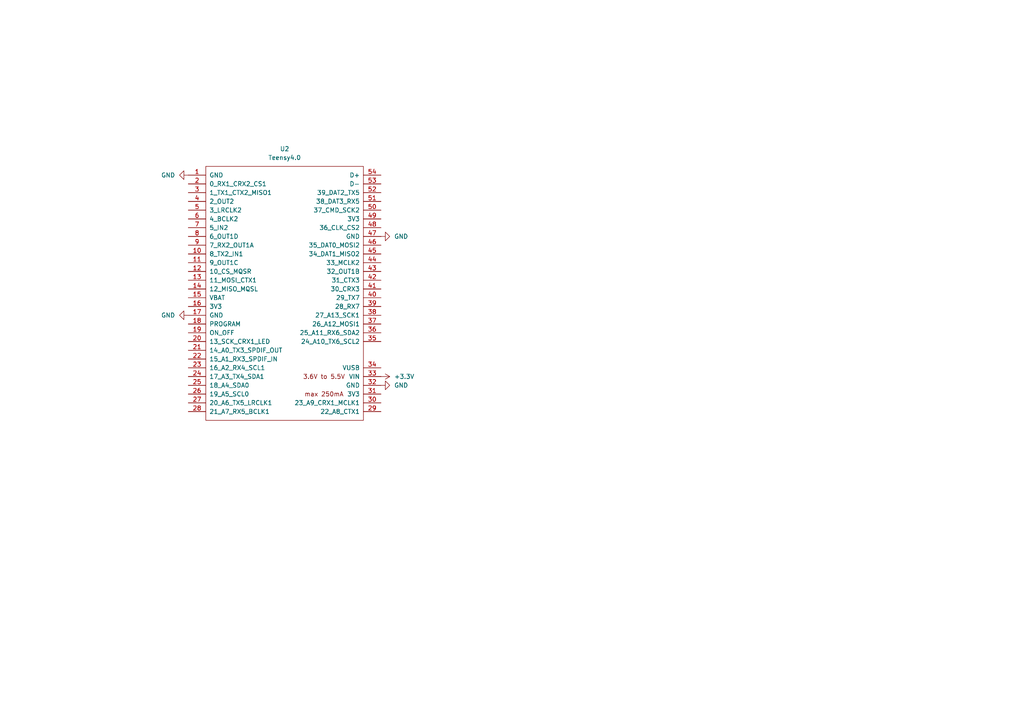
<source format=kicad_sch>
(kicad_sch (version 20231120) (generator "eeschema") (generator_version "8.0")
  (paper "A4")
  (lib_symbols
    (symbol "4ms_Power-symbol:+3.3V" (power) (pin_names (offset 0))
      (property "Value" "+3.3V" (at 0 3.556 0))
      (symbol "+3.3V_0_1"
        (polyline (pts (xy -0.762 1.27) (xy 0 2.54)))
        (polyline (pts (xy 0 0) (xy 0 2.54)))
        (polyline (pts (xy 0 2.54) (xy 0.762 1.27)))
      )
      (symbol "+3.3V_1_1"
        (pin power_in line (at 0 0 90) (length 0) hide (name "+3V3") (number "1"))
      )
    )
    (symbol "4ms_Power-symbol:GND" (power) (pin_names (offset 0))
      (property "Value" "GND" (at 0 -3.81 0))
      (symbol "GND_0_1"
        (polyline (pts (xy 0 0) (xy 0 -1.27) (xy 1.27 -1.27) (xy 0 -2.54) (xy -1.27 -1.27) (xy 0 -1.27)))
      )
      (symbol "GND_1_1"
        (pin power_in line (at 0 0 270) (length 0) hide (name "GND") (number "1"))
      )
    )
    (symbol "teensy:Teensy4.0" (pin_names (offset 1.016))
      (property "Reference" "U" (at 0 39.37 0))
      (property "Value" "Teensy4.0" (at 0 -39.37 0))
      (symbol "Teensy4.0_0_0"
        (text "3.6V to 5.5V" (at 11.43 -24.13 0) (effects (font (size 1.27 1.27))))
        (text "max 250mA" (at 11.43 -29.21 0) (effects (font (size 1.27 1.27))))
        (pin bidirectional line (at -27.94 11.43 0) (length 5.08) (name "8_TX2_IN1") (number "10"))
        (pin bidirectional line (at -27.94 8.89 0) (length 5.08) (name "9_OUT1C") (number "11"))
        (pin bidirectional line (at -27.94 6.35 0) (length 5.08) (name "10_CS_MQSR") (number "12"))
        (pin bidirectional line (at -27.94 3.81 0) (length 5.08) (name "11_MOSI_CTX1") (number "13"))
        (pin bidirectional line (at -27.94 1.27 0) (length 5.08) (name "12_MISO_MQSL") (number "14"))
        (pin power_in line (at -27.94 -1.27 0) (length 5.08) (name "VBAT") (number "15"))
        (pin power_in line (at -27.94 -3.81 0) (length 5.08) (name "3V3") (number "16"))
        (pin power_in line (at -27.94 -6.35 0) (length 5.08) (name "GND") (number "17"))
        (pin input line (at -27.94 -8.89 0) (length 5.08) (name "PROGRAM") (number "18"))
        (pin input line (at -27.94 -11.43 0) (length 5.08) (name "ON_OFF") (number "19"))
        (pin bidirectional line (at -27.94 -13.97 0) (length 5.08) (name "13_SCK_CRX1_LED") (number "20"))
        (pin bidirectional line (at -27.94 -16.51 0) (length 5.08) (name "14_A0_TX3_SPDIF_OUT") (number "21"))
        (pin bidirectional line (at -27.94 -19.05 0) (length 5.08) (name "15_A1_RX3_SPDIF_IN") (number "22"))
        (pin bidirectional line (at -27.94 -21.59 0) (length 5.08) (name "16_A2_RX4_SCL1") (number "23"))
        (pin bidirectional line (at -27.94 -24.13 0) (length 5.08) (name "17_A3_TX4_SDA1") (number "24"))
        (pin bidirectional line (at -27.94 -26.67 0) (length 5.08) (name "18_A4_SDA0") (number "25"))
        (pin bidirectional line (at -27.94 -29.21 0) (length 5.08) (name "19_A5_SCL0") (number "26"))
        (pin bidirectional line (at -27.94 -31.75 0) (length 5.08) (name "20_A6_TX5_LRCLK1") (number "27"))
        (pin bidirectional line (at -27.94 -34.29 0) (length 5.08) (name "21_A7_RX5_BCLK1") (number "28"))
        (pin bidirectional line (at 27.94 -34.29 180) (length 5.08) (name "22_A8_CTX1") (number "29"))
        (pin bidirectional line (at 27.94 -31.75 180) (length 5.08) (name "23_A9_CRX1_MCLK1") (number "30"))
        (pin power_out line (at 27.94 -29.21 180) (length 5.08) (name "3V3") (number "31"))
        (pin power_in line (at 27.94 -26.67 180) (length 5.08) (name "GND") (number "32"))
        (pin power_in line (at 27.94 -24.13 180) (length 5.08) (name "VIN") (number "33"))
        (pin power_out line (at 27.94 -21.59 180) (length 5.08) (name "VUSB") (number "34"))
        (pin bidirectional line (at 27.94 -13.97 180) (length 5.08) (name "24_A10_TX6_SCL2") (number "35"))
        (pin bidirectional line (at 27.94 -11.43 180) (length 5.08) (name "25_A11_RX6_SDA2") (number "36"))
        (pin bidirectional line (at 27.94 -8.89 180) (length 5.08) (name "26_A12_MOSI1") (number "37"))
        (pin bidirectional line (at 27.94 -6.35 180) (length 5.08) (name "27_A13_SCK1") (number "38"))
        (pin bidirectional line (at 27.94 -3.81 180) (length 5.08) (name "28_RX7") (number "39"))
        (pin bidirectional line (at 27.94 -1.27 180) (length 5.08) (name "29_TX7") (number "40"))
        (pin bidirectional line (at 27.94 1.27 180) (length 5.08) (name "30_CRX3") (number "41"))
        (pin bidirectional line (at 27.94 3.81 180) (length 5.08) (name "31_CTX3") (number "42"))
        (pin bidirectional line (at 27.94 6.35 180) (length 5.08) (name "32_OUT1B") (number "43"))
        (pin bidirectional line (at 27.94 8.89 180) (length 5.08) (name "33_MCLK2") (number "44"))
        (pin bidirectional line (at 27.94 11.43 180) (length 5.08) (name "34_DAT1_MISO2") (number "45"))
        (pin bidirectional line (at 27.94 13.97 180) (length 5.08) (name "35_DAT0_MOSI2") (number "46"))
        (pin power_out line (at 27.94 16.51 180) (length 5.08) (name "GND") (number "47"))
        (pin bidirectional line (at 27.94 19.05 180) (length 5.08) (name "36_CLK_CS2") (number "48"))
        (pin power_out line (at 27.94 21.59 180) (length 5.08) (name "3V3") (number "49"))
        (pin bidirectional line (at -27.94 24.13 0) (length 5.08) (name "3_LRCLK2") (number "5"))
        (pin bidirectional line (at 27.94 24.13 180) (length 5.08) (name "37_CMD_SCK2") (number "50"))
        (pin bidirectional line (at 27.94 26.67 180) (length 5.08) (name "38_DAT3_RX5") (number "51"))
        (pin bidirectional line (at 27.94 29.21 180) (length 5.08) (name "39_DAT2_TX5") (number "52"))
        (pin bidirectional line (at 27.94 31.75 180) (length 5.08) (name "D-") (number "53"))
        (pin bidirectional line (at 27.94 34.29 180) (length 5.08) (name "D+") (number "54"))
        (pin bidirectional line (at -27.94 21.59 0) (length 5.08) (name "4_BCLK2") (number "6"))
        (pin bidirectional line (at -27.94 19.05 0) (length 5.08) (name "5_IN2") (number "7"))
        (pin bidirectional line (at -27.94 16.51 0) (length 5.08) (name "6_OUT1D") (number "8"))
        (pin bidirectional line (at -27.94 13.97 0) (length 5.08) (name "7_RX2_OUT1A") (number "9"))
      )
      (symbol "Teensy4.0_0_1"
        (rectangle (start -22.86 36.83) (end 22.86 -36.83))
        (rectangle (start -20.32 -31.75) (end -20.32 -31.75))
      )
      (symbol "Teensy4.0_1_1"
        (pin power_in line (at -27.94 34.29 0) (length 5.08) (name "GND") (number "1"))
        (pin bidirectional line (at -27.94 31.75 0) (length 5.08) (name "0_RX1_CRX2_CS1") (number "2"))
        (pin bidirectional line (at -27.94 29.21 0) (length 5.08) (name "1_TX1_CTX2_MISO1") (number "3"))
        (pin bidirectional line (at -27.94 26.67 0) (length 5.08) (name "2_OUT2") (number "4"))
      )
    )
  )
  (symbol (lib_id "4ms_Power-symbol:+3.3V") (at 110.49 109.22 270) (unit 1)
    (property "Reference" "#PWR039" (effects (hide yes)))
    (property "Value" "+3.3V" (at 114.3 109.2199 90) (effects (justify left)))
  )
  (symbol (lib_id "4ms_Power-symbol:GND") (at 54.61 50.8 270) (unit 1)
    (property "Reference" "#PWR036" (effects (hide yes)))
    (property "Value" "GND" (at 50.8 50.7999 90) (effects (justify right)))
  )
  (symbol (lib_id "teensy:Teensy4.0") (at 82.55 85.09 0) (unit 1)
    (property "Reference" "U2" (at 82.55 43.18 0))
    (property "Value" "Teensy4.0" (at 82.55 45.72 0))
    (property "Footprint" "teensy:Teensy40" (effects (hide yes)))
  )
  (symbol (lib_id "4ms_Power-symbol:GND") (at 110.49 111.76 90) (unit 1)
    (property "Reference" "#PWR040" (effects (hide yes)))
    (property "Value" "GND" (at 114.3 111.7599 90) (effects (justify right)))
  )
  (symbol (lib_id "4ms_Power-symbol:GND") (at 110.49 68.58 90) (unit 1)
    (property "Reference" "#PWR038" (effects (hide yes)))
    (property "Value" "GND" (at 114.3 68.5799 90) (effects (justify right)))
  )
  (symbol (lib_id "4ms_Power-symbol:GND") (at 54.61 91.44 270) (unit 1)
    (property "Reference" "#PWR037" (effects (hide yes)))
    (property "Value" "GND" (at 50.8 91.4399 90) (effects (justify right)))
  )
)
</source>
